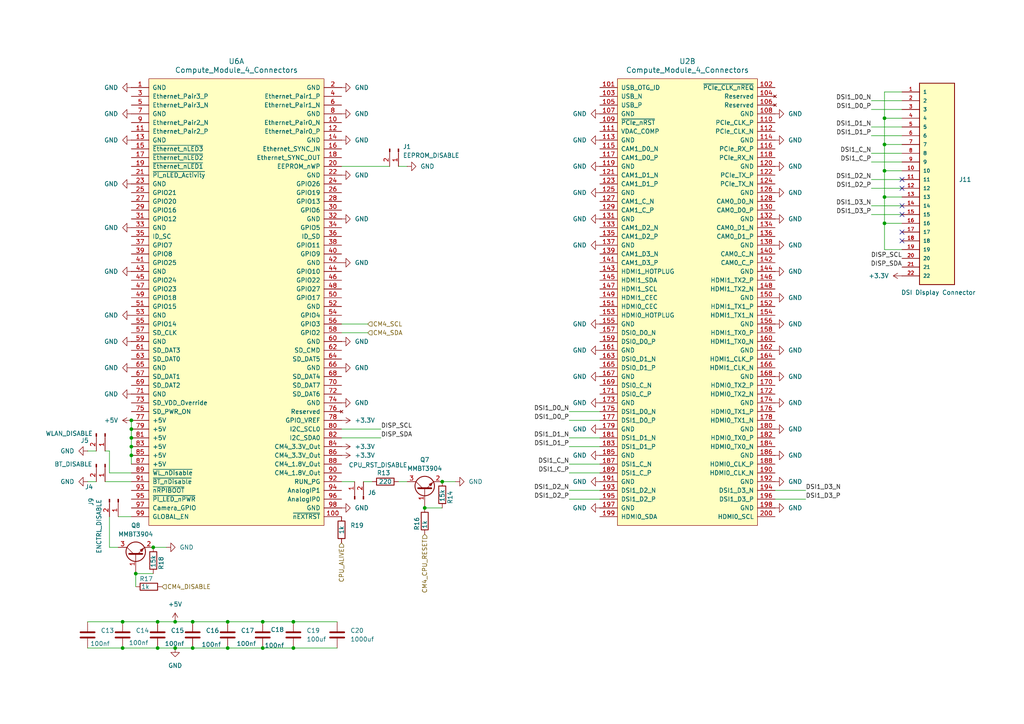
<source format=kicad_sch>
(kicad_sch (version 20231120) (generator "eeschema") (generator_version "8.0")
  (paper "A4")
  (lib_symbols
    (symbol "Connector:Conn_01x02_Pin" (pin_names (offset 1.016) hide)
      (property "Reference" "J" (at 0 2.54 0))
      (property "Value" "Conn_01x02_Pin" (at 0 -5.08 0))
      (symbol "Conn_01x02_Pin_1_1"
        (polyline (pts (xy 1.27 -2.54) (xy 0.8636 -2.54)) (stroke (width 0.1524)))
        (polyline (pts (xy 1.27 0) (xy 0.8636 0)) (stroke (width 0.1524)))
        (rectangle (start 0.8636 -2.413) (end 0 -2.667) (stroke (width 0.1524)) (fill (type outline)))
        (rectangle (start 0.8636 0.127) (end 0 -0.127) (stroke (width 0.1524)) (fill (type outline)))
        (pin passive line (at 5.08 0 180) (length 3.81) (name "Pin_1") (number "1"))
        (pin passive line (at 5.08 -2.54 180) (length 3.81) (name "Pin_2") (number "2"))
      )
    )
    (symbol "Device:C" (pin_numbers hide) (pin_names (offset 0.254))
      (property "Reference" "C" (at 0.635 2.54 0))
      (property "Value" "C" (at 0.635 -2.54 0))
      (symbol "C_0_1"
        (polyline (pts (xy -2.032 -0.762) (xy 2.032 -0.762)) (stroke (width 0.508)))
        (polyline (pts (xy -2.032 0.762) (xy 2.032 0.762)) (stroke (width 0.508)))
      )
      (symbol "C_1_1"
        (pin passive line (at 0 3.81 270) (length 2.794) (name "~") (number "1"))
        (pin passive line (at 0 -3.81 90) (length 2.794) (name "~") (number "2"))
      )
    )
    (symbol "Device:R" (pin_numbers hide) (pin_names (offset 0))
      (property "Reference" "R" (at 2.032 0 90))
      (property "Value" "R" (at 0 0 90))
      (symbol "R_0_1"
        (rectangle (start -1.016 -2.54) (end 1.016 2.54) (stroke (width 0.254)))
      )
      (symbol "R_1_1"
        (pin passive line (at 0 3.81 270) (length 1.27) (name "~") (number "1"))
        (pin passive line (at 0 -3.81 90) (length 1.27) (name "~") (number "2"))
      )
    )
    (symbol "FFC2B35-22-G:FFC2B35-22-G_REVA2" (pin_names (offset 1.016))
      (property "Reference" "J" (at -5.08 31.75 0))
      (property "Value" "FFC2B35-22-G_REVA2" (at -5.08 -30.48 0))
      (symbol "FFC2B35-22-G_REVA2_0_0"
        (rectangle (start -5.08 -27.94) (end 5.08 30.48) (stroke (width 0.254)) (fill (type background)))
        (pin passive line (at -10.16 27.94 0) (length 5.08) (name "1") (number "1"))
        (pin passive line (at -10.16 5.08 0) (length 5.08) (name "10") (number "10"))
        (pin passive line (at -10.16 2.54 0) (length 5.08) (name "11") (number "11"))
        (pin passive line (at -10.16 0 0) (length 5.08) (name "12") (number "12"))
        (pin passive line (at -10.16 -2.54 0) (length 5.08) (name "13") (number "13"))
        (pin passive line (at -10.16 -5.08 0) (length 5.08) (name "14") (number "14"))
        (pin passive line (at -10.16 -7.62 0) (length 5.08) (name "15") (number "15"))
        (pin passive line (at -10.16 -10.16 0) (length 5.08) (name "16") (number "16"))
        (pin passive line (at -10.16 -12.7 0) (length 5.08) (name "17") (number "17"))
        (pin passive line (at -10.16 -15.24 0) (length 5.08) (name "18") (number "18"))
        (pin passive line (at -10.16 -17.78 0) (length 5.08) (name "19") (number "19"))
        (pin passive line (at -10.16 25.4 0) (length 5.08) (name "2") (number "2"))
        (pin passive line (at -10.16 -20.32 0) (length 5.08) (name "20") (number "20"))
        (pin passive line (at -10.16 -22.86 0) (length 5.08) (name "21") (number "21"))
        (pin passive line (at -10.16 -25.4 0) (length 5.08) (name "22") (number "22"))
        (pin passive line (at -10.16 22.86 0) (length 5.08) (name "3") (number "3"))
        (pin passive line (at -10.16 20.32 0) (length 5.08) (name "4") (number "4"))
        (pin passive line (at -10.16 17.78 0) (length 5.08) (name "5") (number "5"))
        (pin passive line (at -10.16 15.24 0) (length 5.08) (name "6") (number "6"))
        (pin passive line (at -10.16 12.7 0) (length 5.08) (name "7") (number "7"))
        (pin passive line (at -10.16 10.16 0) (length 5.08) (name "8") (number "8"))
        (pin passive line (at -10.16 7.62 0) (length 5.08) (name "9") (number "9"))
      )
    )
    (symbol "RPI_CM4:Compute_Module_4_Connectors" (pin_names (offset 1.016))
      (property "Reference" "U" (at 5.08 6.35 0))
      (property "Value" "Compute_Module_4_Connectors" (at 5.08 3.81 0))
      (symbol "Compute_Module_4_Connectors_1_1"
        (rectangle (start 5.08 2.54) (end 55.88 -127) (fill (type background)))
        (pin power_in line (at 0 0 0) (length 5.08) (name "GND") (number "1"))
        (pin passive line (at 60.96 -10.16 180) (length 5.08) (name "Ethernet_Pair0_N") (number "10"))
        (pin output line (at 60.96 -124.46 180) (length 5.08) (name "~{nEXTRST}") (number "100"))
        (pin passive line (at 0 -12.7 0) (length 5.08) (name "Ethernet_Pair2_P") (number "11"))
        (pin passive line (at 60.96 -12.7 180) (length 5.08) (name "Ethernet_Pair0_P") (number "12"))
        (pin power_in line (at 0 -15.24 0) (length 5.08) (name "GND") (number "13"))
        (pin power_in line (at 60.96 -15.24 180) (length 5.08) (name "GND") (number "14"))
        (pin output line (at 0 -17.78 0) (length 5.08) (name "~{Ethernet_nLED3}") (number "15"))
        (pin input line (at 60.96 -17.78 180) (length 5.08) (name "Ethernet_SYNC_IN") (number "16"))
        (pin output line (at 0 -20.32 0) (length 5.08) (name "~{Ethernet_nLED2}") (number "17"))
        (pin input line (at 60.96 -20.32 180) (length 5.08) (name "Ethernet_SYNC_OUT") (number "18"))
        (pin output line (at 0 -22.86 0) (length 5.08) (name "~{Ethernet_nLED1}") (number "19"))
        (pin power_in line (at 60.96 0 180) (length 5.08) (name "GND") (number "2"))
        (pin passive line (at 60.96 -22.86 180) (length 5.08) (name "EEPROM_nWP") (number "20"))
        (pin open_collector line (at 0 -25.4 0) (length 5.08) (name "~{Pi_nLED_Activity}") (number "21"))
        (pin power_in line (at 60.96 -25.4 180) (length 5.08) (name "GND") (number "22"))
        (pin power_in line (at 0 -27.94 0) (length 5.08) (name "GND") (number "23"))
        (pin passive line (at 60.96 -27.94 180) (length 5.08) (name "GPIO26") (number "24"))
        (pin passive line (at 0 -30.48 0) (length 5.08) (name "GPIO21") (number "25"))
        (pin passive line (at 60.96 -30.48 180) (length 5.08) (name "GPIO19") (number "26"))
        (pin passive line (at 0 -33.02 0) (length 5.08) (name "GPIO20") (number "27"))
        (pin passive line (at 60.96 -33.02 180) (length 5.08) (name "GPIO13") (number "28"))
        (pin passive line (at 0 -35.56 0) (length 5.08) (name "GPIO16") (number "29"))
        (pin passive line (at 0 -2.54 0) (length 5.08) (name "Ethernet_Pair3_P") (number "3"))
        (pin passive line (at 60.96 -35.56 180) (length 5.08) (name "GPIO6") (number "30"))
        (pin passive line (at 0 -38.1 0) (length 5.08) (name "GPIO12") (number "31"))
        (pin power_in line (at 60.96 -38.1 180) (length 5.08) (name "GND") (number "32"))
        (pin power_in line (at 0 -40.64 0) (length 5.08) (name "GND") (number "33"))
        (pin passive line (at 60.96 -40.64 180) (length 5.08) (name "GPIO5") (number "34"))
        (pin passive line (at 0 -43.18 0) (length 5.08) (name "ID_SC") (number "35"))
        (pin passive line (at 60.96 -43.18 180) (length 5.08) (name "ID_SD") (number "36"))
        (pin passive line (at 0 -45.72 0) (length 5.08) (name "GPIO7") (number "37"))
        (pin passive line (at 60.96 -45.72 180) (length 5.08) (name "GPIO11") (number "38"))
        (pin passive line (at 0 -48.26 0) (length 5.08) (name "GPIO8") (number "39"))
        (pin passive line (at 60.96 -2.54 180) (length 5.08) (name "Ethernet_Pair1_P") (number "4"))
        (pin passive line (at 60.96 -48.26 180) (length 5.08) (name "GPIO9") (number "40"))
        (pin passive line (at 0 -50.8 0) (length 5.08) (name "GPIO25") (number "41"))
        (pin power_in line (at 60.96 -50.8 180) (length 5.08) (name "GND") (number "42"))
        (pin power_in line (at 0 -53.34 0) (length 5.08) (name "GND") (number "43"))
        (pin passive line (at 60.96 -53.34 180) (length 5.08) (name "GPIO10") (number "44"))
        (pin passive line (at 0 -55.88 0) (length 5.08) (name "GPIO24") (number "45"))
        (pin passive line (at 60.96 -55.88 180) (length 5.08) (name "GPIO22") (number "46"))
        (pin passive line (at 0 -58.42 0) (length 5.08) (name "GPIO23") (number "47"))
        (pin passive line (at 60.96 -58.42 180) (length 5.08) (name "GPIO27") (number "48"))
        (pin passive line (at 0 -60.96 0) (length 5.08) (name "GPIO18") (number "49"))
        (pin passive line (at 0 -5.08 0) (length 5.08) (name "Ethernet_Pair3_N") (number "5"))
        (pin passive line (at 60.96 -60.96 180) (length 5.08) (name "GPIO17") (number "50"))
        (pin passive line (at 0 -63.5 0) (length 5.08) (name "GPIO15") (number "51"))
        (pin power_in line (at 60.96 -63.5 180) (length 5.08) (name "GND") (number "52"))
        (pin power_in line (at 0 -66.04 0) (length 5.08) (name "GND") (number "53"))
        (pin passive line (at 60.96 -66.04 180) (length 5.08) (name "GPIO4") (number "54"))
        (pin passive line (at 0 -68.58 0) (length 5.08) (name "GPIO14") (number "55"))
        (pin passive line (at 60.96 -68.58 180) (length 5.08) (name "GPIO3") (number "56"))
        (pin passive line (at 0 -71.12 0) (length 5.08) (name "SD_CLK") (number "57"))
        (pin passive line (at 60.96 -71.12 180) (length 5.08) (name "GPIO2") (number "58"))
        (pin power_in line (at 0 -73.66 0) (length 5.08) (name "GND") (number "59"))
        (pin passive line (at 60.96 -5.08 180) (length 5.08) (name "Ethernet_Pair1_N") (number "6"))
        (pin power_in line (at 60.96 -73.66 180) (length 5.08) (name "GND") (number "60"))
        (pin passive line (at 0 -76.2 0) (length 5.08) (name "SD_DAT3") (number "61"))
        (pin passive line (at 60.96 -76.2 180) (length 5.08) (name "SD_CMD") (number "62"))
        (pin passive line (at 0 -78.74 0) (length 5.08) (name "SD_DAT0") (number "63"))
        (pin passive line (at 60.96 -78.74 180) (length 5.08) (name "SD_DAT5") (number "64"))
        (pin power_in line (at 0 -81.28 0) (length 5.08) (name "GND") (number "65"))
        (pin power_in line (at 60.96 -81.28 180) (length 5.08) (name "GND") (number "66"))
        (pin passive line (at 0 -83.82 0) (length 5.08) (name "SD_DAT1") (number "67"))
        (pin passive line (at 60.96 -83.82 180) (length 5.08) (name "SD_DAT4") (number "68"))
        (pin passive line (at 0 -86.36 0) (length 5.08) (name "SD_DAT2") (number "69"))
        (pin power_in line (at 0 -7.62 0) (length 5.08) (name "GND") (number "7"))
        (pin passive line (at 60.96 -86.36 180) (length 5.08) (name "SD_DAT7") (number "70"))
        (pin power_in line (at 0 -88.9 0) (length 5.08) (name "GND") (number "71"))
        (pin passive line (at 60.96 -88.9 180) (length 5.08) (name "SD_DAT6") (number "72"))
        (pin input line (at 0 -91.44 0) (length 5.08) (name "SD_VDD_Override") (number "73"))
        (pin power_in line (at 60.96 -91.44 180) (length 5.08) (name "GND") (number "74"))
        (pin output line (at 0 -93.98 0) (length 5.08) (name "SD_PWR_ON") (number "75"))
        (pin no_connect line (at 60.96 -93.98 180) (length 5.08) (name "Reserved") (number "76"))
        (pin power_in line (at 0 -96.52 0) (length 5.08) (name "+5V") (number "77"))
        (pin power_in line (at 60.96 -96.52 180) (length 5.08) (name "GPIO_VREF") (number "78"))
        (pin power_in line (at 0 -99.06 0) (length 5.08) (name "+5V") (number "79"))
        (pin power_in line (at 60.96 -7.62 180) (length 5.08) (name "GND") (number "8"))
        (pin bidirectional line (at 60.96 -99.06 180) (length 5.08) (name "I2C_SCL0") (number "80"))
        (pin power_in line (at 0 -101.6 0) (length 5.08) (name "+5V") (number "81"))
        (pin bidirectional line (at 60.96 -101.6 180) (length 5.08) (name "I2C_SDA0") (number "82"))
        (pin power_in line (at 0 -104.14 0) (length 5.08) (name "+5V") (number "83"))
        (pin power_out line (at 60.96 -104.14 180) (length 5.08) (name "CM4_3.3V_Out") (number "84"))
        (pin power_in line (at 0 -106.68 0) (length 5.08) (name "+5V") (number "85"))
        (pin power_out line (at 60.96 -106.68 180) (length 5.08) (name "CM4_3.3V_Out") (number "86"))
        (pin power_in line (at 0 -109.22 0) (length 5.08) (name "+5V") (number "87"))
        (pin power_out line (at 60.96 -109.22 180) (length 5.08) (name "CM4_1.8V_Out") (number "88"))
        (pin input line (at 0 -111.76 0) (length 5.08) (name "~{WL_nDisable}") (number "89"))
        (pin passive line (at 0 -10.16 0) (length 5.08) (name "Ethernet_Pair2_N") (number "9"))
        (pin power_out line (at 60.96 -111.76 180) (length 5.08) (name "CM4_1.8V_Out") (number "90"))
        (pin input line (at 0 -114.3 0) (length 5.08) (name "~{BT_nDisable}") (number "91"))
        (pin passive line (at 60.96 -114.3 180) (length 5.08) (name "RUN_PG") (number "92"))
        (pin input line (at 0 -116.84 0) (length 5.08) (name "~{nRPIBOOT}") (number "93"))
        (pin passive line (at 60.96 -116.84 180) (length 5.08) (name "AnalogIP1") (number "94"))
        (pin output line (at 0 -119.38 0) (length 5.08) (name "~{PI_LED_nPWR}") (number "95"))
        (pin passive line (at 60.96 -119.38 180) (length 5.08) (name "AnalogIP0") (number "96"))
        (pin passive line (at 0 -121.92 0) (length 5.08) (name "Camera_GPIO") (number "97"))
        (pin power_in line (at 60.96 -121.92 180) (length 5.08) (name "GND") (number "98"))
        (pin input line (at 0 -124.46 0) (length 5.08) (name "GLOBAL_EN") (number "99"))
      )
      (symbol "Compute_Module_4_Connectors_2_1"
        (rectangle (start 5.08 2.54) (end 45.72 -127) (fill (type background)))
        (pin input line (at 0 0 0) (length 5.08) (name "USB_OTG_ID") (number "101"))
        (pin input line (at 50.8 0 180) (length 5.08) (name "~{PCIe_CLK_nREQ}") (number "102"))
        (pin passive line (at 0 -2.54 0) (length 5.08) (name "USB_N") (number "103"))
        (pin no_connect line (at 50.8 -2.54 180) (length 5.08) (name "Reserved") (number "104"))
        (pin passive line (at 0 -5.08 0) (length 5.08) (name "USB_P") (number "105"))
        (pin no_connect line (at 50.8 -5.08 180) (length 5.08) (name "Reserved") (number "106"))
        (pin power_in line (at 0 -7.62 0) (length 5.08) (name "GND") (number "107"))
        (pin power_in line (at 50.8 -7.62 180) (length 5.08) (name "GND") (number "108"))
        (pin output line (at 0 -10.16 0) (length 5.08) (name "~{PCIe_nRST}") (number "109"))
        (pin output line (at 50.8 -10.16 180) (length 5.08) (name "PCIe_CLK_P") (number "110"))
        (pin output line (at 0 -12.7 0) (length 5.08) (name "VDAC_COMP") (number "111"))
        (pin output line (at 50.8 -12.7 180) (length 5.08) (name "PCIe_CLK_N") (number "112"))
        (pin power_in line (at 0 -15.24 0) (length 5.08) (name "GND") (number "113"))
        (pin power_in line (at 50.8 -15.24 180) (length 5.08) (name "GND") (number "114"))
        (pin input line (at 0 -17.78 0) (length 5.08) (name "CAM1_D0_N") (number "115"))
        (pin input line (at 50.8 -17.78 180) (length 5.08) (name "PCIe_RX_P") (number "116"))
        (pin input line (at 0 -20.32 0) (length 5.08) (name "CAM1_D0_P") (number "117"))
        (pin input line (at 50.8 -20.32 180) (length 5.08) (name "PCIe_RX_N") (number "118"))
        (pin power_in line (at 0 -22.86 0) (length 5.08) (name "GND") (number "119"))
        (pin power_in line (at 50.8 -22.86 180) (length 5.08) (name "GND") (number "120"))
        (pin input line (at 0 -25.4 0) (length 5.08) (name "CAM1_D1_N") (number "121"))
        (pin output line (at 50.8 -25.4 180) (length 5.08) (name "PCIe_TX_P") (number "122"))
        (pin input line (at 0 -27.94 0) (length 5.08) (name "CAM1_D1_P") (number "123"))
        (pin output line (at 50.8 -27.94 180) (length 5.08) (name "PCIe_TX_N") (number "124"))
        (pin power_in line (at 0 -30.48 0) (length 5.08) (name "GND") (number "125"))
        (pin power_in line (at 50.8 -30.48 180) (length 5.08) (name "GND") (number "126"))
        (pin input line (at 0 -33.02 0) (length 5.08) (name "CAM1_C_N") (number "127"))
        (pin input line (at 50.8 -33.02 180) (length 5.08) (name "CAM0_D0_N") (number "128"))
        (pin input line (at 0 -35.56 0) (length 5.08) (name "CAM1_C_P") (number "129"))
        (pin input line (at 50.8 -35.56 180) (length 5.08) (name "CAM0_D0_P") (number "130"))
        (pin power_in line (at 0 -38.1 0) (length 5.08) (name "GND") (number "131"))
        (pin power_in line (at 50.8 -38.1 180) (length 5.08) (name "GND") (number "132"))
        (pin input line (at 0 -40.64 0) (length 5.08) (name "CAM1_D2_N") (number "133"))
        (pin input line (at 50.8 -40.64 180) (length 5.08) (name "CAM0_D1_N") (number "134"))
        (pin input line (at 0 -43.18 0) (length 5.08) (name "CAM1_D2_P") (number "135"))
        (pin input line (at 50.8 -43.18 180) (length 5.08) (name "CAM0_D1_P") (number "136"))
        (pin power_in line (at 0 -45.72 0) (length 5.08) (name "GND") (number "137"))
        (pin power_in line (at 50.8 -45.72 180) (length 5.08) (name "GND") (number "138"))
        (pin input line (at 0 -48.26 0) (length 5.08) (name "CAM1_D3_N") (number "139"))
        (pin input line (at 50.8 -48.26 180) (length 5.08) (name "CAM0_C_N") (number "140"))
        (pin input line (at 0 -50.8 0) (length 5.08) (name "CAM1_D3_P") (number "141"))
        (pin input line (at 50.8 -50.8 180) (length 5.08) (name "CAM0_C_P") (number "142"))
        (pin input line (at 0 -53.34 0) (length 5.08) (name "HDMI1_HOTPLUG") (number "143"))
        (pin power_in line (at 50.8 -53.34 180) (length 5.08) (name "GND") (number "144"))
        (pin bidirectional line (at 0 -55.88 0) (length 5.08) (name "HDMI1_SDA") (number "145"))
        (pin output line (at 50.8 -55.88 180) (length 5.08) (name "HDMI1_TX2_P") (number "146"))
        (pin open_collector line (at 0 -58.42 0) (length 5.08) (name "HDMI1_SCL") (number "147"))
        (pin output line (at 50.8 -58.42 180) (length 5.08) (name "HDMI1_TX2_N") (number "148"))
        (pin open_collector line (at 0 -60.96 0) (length 5.08) (name "HDMI1_CEC") (number "149"))
        (pin power_in line (at 50.8 -60.96 180) (length 5.08) (name "GND") (number "150"))
        (pin open_collector line (at 0 -63.5 0) (length 5.08) (name "HDMI0_CEC") (number "151"))
        (pin output line (at 50.8 -63.5 180) (length 5.08) (name "HDMI1_TX1_P") (number "152"))
        (pin input line (at 0 -66.04 0) (length 5.08) (name "HDMI0_HOTPLUG") (number "153"))
        (pin output line (at 50.8 -66.04 180) (length 5.08) (name "HDMI1_TX1_N") (number "154"))
        (pin power_in line (at 0 -68.58 0) (length 5.08) (name "GND") (number "155"))
        (pin power_in line (at 50.8 -68.58 180) (length 5.08) (name "GND") (number "156"))
        (pin output line (at 0 -71.12 0) (length 5.08) (name "DSI0_D0_N") (number "157"))
        (pin output line (at 50.8 -71.12 180) (length 5.08) (name "HDMI1_TX0_P") (number "158"))
        (pin output line (at 0 -73.66 0) (length 5.08) (name "DSI0_D0_P") (number "159"))
        (pin output line (at 50.8 -73.66 180) (length 5.08) (name "HDMI1_TX0_N") (number "160"))
        (pin power_in line (at 0 -76.2 0) (length 5.08) (name "GND") (number "161"))
        (pin power_in line (at 50.8 -76.2 180) (length 5.08) (name "GND") (number "162"))
        (pin output line (at 0 -78.74 0) (length 5.08) (name "DSI0_D1_N") (number "163"))
        (pin output line (at 50.8 -78.74 180) (length 5.08) (name "HDMI1_CLK_P") (number "164"))
        (pin output line (at 0 -81.28 0) (length 5.08) (name "DSI0_D1_P") (number "165"))
        (pin output line (at 50.8 -81.28 180) (length 5.08) (name "HDMI1_CLK_N") (number "166"))
        (pin power_in line (at 0 -83.82 0) (length 5.08) (name "GND") (number "167"))
        (pin power_in line (at 50.8 -83.82 180) (length 5.08) (name "GND") (number "168"))
        (pin output line (at 0 -86.36 0) (length 5.08) (name "DSI0_C_N") (number "169"))
        (pin output line (at 50.8 -86.36 180) (length 5.08) (name "HDMI0_TX2_P") (number "170"))
        (pin output line (at 0 -88.9 0) (length 5.08) (name "DSI0_C_P") (number "171"))
        (pin output line (at 50.8 -88.9 180) (length 5.08) (name "HDMI0_TX2_N") (number "172"))
        (pin power_in line (at 0 -91.44 0) (length 5.08) (name "GND") (number "173"))
        (pin power_in line (at 50.8 -91.44 180) (length 5.08) (name "GND") (number "174"))
        (pin output line (at 0 -93.98 0) (length 5.08) (name "DSI1_D0_N") (number "175"))
        (pin output line (at 50.8 -93.98 180) (length 5.08) (name "HDMI0_TX1_P") (number "176"))
        (pin output line (at 0 -96.52 0) (length 5.08) (name "DSI1_D0_P") (number "177"))
        (pin output line (at 50.8 -96.52 180) (length 5.08) (name "HDMI0_TX1_N") (number "178"))
        (pin power_in line (at 0 -99.06 0) (length 5.08) (name "GND") (number "179"))
        (pin power_in line (at 50.8 -99.06 180) (length 5.08) (name "GND") (number "180"))
        (pin output line (at 0 -101.6 0) (length 5.08) (name "DSI1_D1_N") (number "181"))
        (pin output line (at 50.8 -101.6 180) (length 5.08) (name "HDMI0_TX0_P") (number "182"))
        (pin output line (at 0 -104.14 0) (length 5.08) (name "DSI1_D1_P") (number "183"))
        (pin output line (at 50.8 -104.14 180) (length 5.08) (name "HDMI0_TX0_N") (number "184"))
        (pin power_in line (at 0 -106.68 0) (length 5.08) (name "GND") (number "185"))
        (pin power_in line (at 50.8 -106.68 180) (length 5.08) (name "GND") (number "186"))
        (pin output line (at 0 -109.22 0) (length 5.08) (name "DSI1_C_N") (number "187"))
        (pin output line (at 50.8 -109.22 180) (length 5.08) (name "HDMI0_CLK_P") (number "188"))
        (pin output line (at 0 -111.76 0) (length 5.08) (name "DSI1_C_P") (number "189"))
        (pin output line (at 50.8 -111.76 180) (length 5.08) (name "HDMI0_CLK_N") (number "190"))
        (pin power_in line (at 0 -114.3 0) (length 5.08) (name "GND") (number "191"))
        (pin power_in line (at 50.8 -114.3 180) (length 5.08) (name "GND") (number "192"))
        (pin output line (at 0 -116.84 0) (length 5.08) (name "DSI1_D2_N") (number "193"))
        (pin output line (at 50.8 -116.84 180) (length 5.08) (name "DSI1_D3_N") (number "194"))
        (pin output line (at 0 -119.38 0) (length 5.08) (name "DSI1_D2_P") (number "195"))
        (pin output line (at 50.8 -119.38 180) (length 5.08) (name "DSI1_D3_P") (number "196"))
        (pin power_in line (at 0 -121.92 0) (length 5.08) (name "GND") (number "197"))
        (pin power_in line (at 50.8 -121.92 180) (length 5.08) (name "GND") (number "198"))
        (pin bidirectional line (at 0 -124.46 0) (length 5.08) (name "HDMI0_SDA") (number "199"))
        (pin open_collector line (at 50.8 -124.46 180) (length 5.08) (name "HDMI0_SCL") (number "200"))
      )
    )
    (symbol "Transistor_BJT:MMBT3904" (pin_names (offset 0) hide)
      (property "Reference" "Q" (at 5.08 1.905 0))
      (property "Value" "MMBT3904" (at 5.08 0 0))
      (symbol "MMBT3904_0_1"
        (polyline (pts (xy 0.635 0.635) (xy 2.54 2.54)))
        (polyline (pts (xy 0.635 -0.635) (xy 2.54 -2.54) (xy 2.54 -2.54)))
        (polyline (pts (xy 0.635 1.905) (xy 0.635 -1.905) (xy 0.635 -1.905)) (stroke (width 0.508)))
        (polyline (pts (xy 1.27 -1.778) (xy 1.778 -1.27) (xy 2.286 -2.286) (xy 1.27 -1.778) (xy 1.27 -1.778)) (fill (type outline)))
        (circle (center 1.27 0) (radius 2.8194) (stroke (width 0.254)))
      )
      (symbol "MMBT3904_1_1"
        (pin input line (at -5.08 0 0) (length 5.715) (name "B") (number "1"))
        (pin passive line (at 2.54 -5.08 90) (length 2.54) (name "E") (number "2"))
        (pin passive line (at 2.54 5.08 270) (length 2.54) (name "C") (number "3"))
      )
    )
    (symbol "power:+3.3V" (power) (pin_numbers hide) (pin_names (offset 0) hide)
      (property "Value" "+3.3V" (at 0 3.556 0))
      (symbol "+3.3V_0_1"
        (polyline (pts (xy -0.762 1.27) (xy 0 2.54)))
        (polyline (pts (xy 0 0) (xy 0 2.54)))
        (polyline (pts (xy 0 2.54) (xy 0.762 1.27)))
      )
      (symbol "+3.3V_1_1"
        (pin power_in line (at 0 0 90) (length 0) (name "~") (number "1"))
      )
    )
    (symbol "power:+5V" (power) (pin_numbers hide) (pin_names (offset 0) hide)
      (property "Value" "+5V" (at 0 3.556 0))
      (symbol "+5V_0_1"
        (polyline (pts (xy -0.762 1.27) (xy 0 2.54)))
        (polyline (pts (xy 0 0) (xy 0 2.54)))
        (polyline (pts (xy 0 2.54) (xy 0.762 1.27)))
      )
      (symbol "+5V_1_1"
        (pin power_in line (at 0 0 90) (length 0) (name "~") (number "1"))
      )
    )
    (symbol "power:GND" (power) (pin_numbers hide) (pin_names (offset 0) hide)
      (property "Value" "GND" (at 0 -3.81 0))
      (symbol "GND_0_1"
        (polyline (pts (xy 0 0) (xy 0 -1.27) (xy 1.27 -1.27) (xy 0 -2.54) (xy -1.27 -1.27) (xy 0 -1.27)))
      )
      (symbol "GND_1_1"
        (pin power_in line (at 0 0 270) (length 0) (name "~") (number "1"))
      )
    )
  )
  (junction (at 35.56 187.96))
  (junction (at 128.27 139.7))
  (junction (at 38.1 129.54))
  (junction (at 50.8 187.96))
  (junction (at 85.09 187.96))
  (junction (at 256.54 57.15))
  (junction (at 66.04 180.34))
  (junction (at 256.54 34.29))
  (junction (at 256.54 41.91))
  (junction (at 85.09 180.34))
  (junction (at 45.72 187.96))
  (junction (at 38.1 124.46))
  (junction (at 76.2 187.96))
  (junction (at 50.8 180.34))
  (junction (at 55.88 180.34))
  (junction (at 35.56 180.34))
  (junction (at 39.37 166.37))
  (junction (at 38.1 121.92))
  (junction (at 44.45 158.75))
  (junction (at 45.72 180.34))
  (junction (at 256.54 64.77))
  (junction (at 76.2 180.34))
  (junction (at 66.04 187.96))
  (junction (at 55.88 187.96))
  (junction (at 38.1 127))
  (junction (at 123.19 147.32))
  (junction (at 38.1 132.08))
  (junction (at 256.54 49.53))
  (no_connect (at 261.62 69.85))
  (no_connect (at 261.62 59.69))
  (no_connect (at 261.62 54.61))
  (no_connect (at 261.62 67.31))
  (no_connect (at 261.62 62.23))
  (no_connect (at 261.62 52.07))
  (wire (pts (xy 30.48 139.7) (xy 38.1 139.7)))
  (wire (pts (xy 261.62 26.67) (xy 256.54 26.67)))
  (wire (pts (xy 76.2 180.34) (xy 85.09 180.34)))
  (wire (pts (xy 123.19 147.32) (xy 128.27 147.32)))
  (wire (pts (xy 252.73 44.45) (xy 261.62 44.45)))
  (wire (pts (xy 252.73 39.37) (xy 261.62 39.37)))
  (wire (pts (xy 256.54 41.91) (xy 256.54 34.29)))
  (wire (pts (xy 105.41 139.7) (xy 107.95 139.7)))
  (wire (pts (xy 45.72 187.96) (xy 50.8 187.96)))
  (wire (pts (xy 165.1 121.92) (xy 173.99 121.92)))
  (wire (pts (xy 99.06 139.7) (xy 102.87 139.7)))
  (wire (pts (xy 252.73 36.83) (xy 261.62 36.83)))
  (wire (pts (xy 252.73 52.07) (xy 261.62 52.07)))
  (wire (pts (xy 44.45 158.75) (xy 48.26 158.75)))
  (wire (pts (xy 38.1 127) (xy 38.1 129.54)))
  (wire (pts (xy 38.1 124.46) (xy 38.1 127)))
  (wire (pts (xy 224.79 142.24) (xy 233.68 142.24)))
  (wire (pts (xy 165.1 137.16) (xy 173.99 137.16)))
  (wire (pts (xy 31.75 149.86) (xy 31.75 158.75)))
  (wire (pts (xy 256.54 72.39) (xy 256.54 64.77)))
  (wire (pts (xy 76.2 187.96) (xy 85.09 187.96)))
  (wire (pts (xy 99.06 127) (xy 110.49 127)))
  (wire (pts (xy 252.73 54.61) (xy 261.62 54.61)))
  (wire (pts (xy 31.75 158.75) (xy 34.29 158.75)))
  (wire (pts (xy 31.75 137.16) (xy 31.75 130.81)))
  (wire (pts (xy 252.73 29.21) (xy 261.62 29.21)))
  (wire (pts (xy 252.73 31.75) (xy 261.62 31.75)))
  (wire (pts (xy 45.72 180.34) (xy 50.8 180.34)))
  (wire (pts (xy 252.73 62.23) (xy 261.62 62.23)))
  (wire (pts (xy 128.27 139.7) (xy 132.08 139.7)))
  (wire (pts (xy 165.1 127) (xy 173.99 127)))
  (wire (pts (xy 35.56 180.34) (xy 45.72 180.34)))
  (wire (pts (xy 39.37 166.37) (xy 39.37 170.18)))
  (wire (pts (xy 115.57 139.7) (xy 118.11 139.7)))
  (wire (pts (xy 256.54 57.15) (xy 256.54 49.53)))
  (wire (pts (xy 256.54 34.29) (xy 261.62 34.29)))
  (wire (pts (xy 85.09 187.96) (xy 97.79 187.96)))
  (wire (pts (xy 50.8 187.96) (xy 55.88 187.96)))
  (wire (pts (xy 165.1 119.38) (xy 173.99 119.38)))
  (wire (pts (xy 115.57 48.26) (xy 118.11 48.26)))
  (wire (pts (xy 261.62 64.77) (xy 256.54 64.77)))
  (wire (pts (xy 165.1 144.78) (xy 173.99 144.78)))
  (wire (pts (xy 99.06 48.26) (xy 113.03 48.26)))
  (wire (pts (xy 25.4 130.81) (xy 27.94 130.81)))
  (wire (pts (xy 30.48 130.81) (xy 31.75 130.81)))
  (wire (pts (xy 256.54 64.77) (xy 256.54 57.15)))
  (wire (pts (xy 66.04 180.34) (xy 76.2 180.34)))
  (wire (pts (xy 25.4 139.7) (xy 27.94 139.7)))
  (wire (pts (xy 252.73 59.69) (xy 261.62 59.69)))
  (wire (pts (xy 165.1 142.24) (xy 173.99 142.24)))
  (wire (pts (xy 38.1 121.92) (xy 38.1 124.46)))
  (wire (pts (xy 99.06 124.46) (xy 110.49 124.46)))
  (wire (pts (xy 39.37 166.37) (xy 44.45 166.37)))
  (wire (pts (xy 261.62 57.15) (xy 256.54 57.15)))
  (wire (pts (xy 50.8 180.34) (xy 55.88 180.34)))
  (wire (pts (xy 38.1 137.16) (xy 31.75 137.16)))
  (wire (pts (xy 55.88 187.96) (xy 66.04 187.96)))
  (wire (pts (xy 256.54 26.67) (xy 256.54 34.29)))
  (wire (pts (xy 165.1 129.54) (xy 173.99 129.54)))
  (wire (pts (xy 224.79 144.78) (xy 233.68 144.78)))
  (wire (pts (xy 85.09 180.34) (xy 97.79 180.34)))
  (wire (pts (xy 261.62 49.53) (xy 256.54 49.53)))
  (wire (pts (xy 165.1 134.62) (xy 173.99 134.62)))
  (wire (pts (xy 35.56 187.96) (xy 45.72 187.96)))
  (wire (pts (xy 25.4 180.34) (xy 35.56 180.34)))
  (wire (pts (xy 99.06 96.52) (xy 106.68 96.52)))
  (wire (pts (xy 55.88 180.34) (xy 66.04 180.34)))
  (wire (pts (xy 38.1 132.08) (xy 38.1 134.62)))
  (wire (pts (xy 25.4 187.96) (xy 35.56 187.96)))
  (wire (pts (xy 261.62 41.91) (xy 256.54 41.91)))
  (wire (pts (xy 99.06 93.98) (xy 106.68 93.98)))
  (wire (pts (xy 66.04 187.96) (xy 76.2 187.96)))
  (wire (pts (xy 252.73 46.99) (xy 261.62 46.99)))
  (wire (pts (xy 38.1 129.54) (xy 38.1 132.08)))
  (wire (pts (xy 261.62 72.39) (xy 256.54 72.39)))
  (wire (pts (xy 34.29 149.86) (xy 38.1 149.86)))
  (wire (pts (xy 256.54 49.53) (xy 256.54 41.91)))
  (label "DSI1_D3_P" (at 233.68 144.78 0))
  (label "DSI1_D3_N" (at 252.73 59.69 180))
  (label "DSI1_D1_P" (at 252.73 39.37 180))
  (label "DSI1_D1_N" (at 252.73 36.83 180))
  (label "DSI1_D2_P" (at 252.73 54.61 180))
  (label "DSI1_D2_N" (at 252.73 52.07 180))
  (label "DSI1_D2_P" (at 165.1 144.78 180))
  (label "DSI1_C_P" (at 252.73 46.99 180))
  (label "DSI1_D1_P" (at 165.1 129.54 180))
  (label "DSI1_C_P" (at 165.1 137.16 180))
  (label "DSI1_C_N" (at 165.1 134.62 180))
  (label "DSI1_C_N" (at 252.73 44.45 180))
  (label "DSI1_D1_N" (at 165.1 127 180))
  (label "DSI1_D0_N" (at 252.73 29.21 180))
  (label "DSI1_D0_N" (at 165.1 119.38 180))
  (label "DSI1_D3_P" (at 252.73 62.23 180))
  (label "DSI1_D0_P" (at 252.73 31.75 180))
  (label "DSI1_D2_N" (at 165.1 142.24 180))
  (label "DISP_SCL" (at 110.49 124.46 0))
  (label "DISP_SDA" (at 110.49 127 0))
  (label "DSI1_D0_P" (at 165.1 121.92 180))
  (label "DISP_SDA" (at 261.62 77.47 180))
  (label "DISP_SCL" (at 261.62 74.93 180))
  (label "DSI1_D3_N" (at 233.68 142.24 0))
  (hierarchical_label "CM4_DISABLE" (shape input) (at 46.99 170.18 0))
  (hierarchical_label "CM4_SCL" (shape input) (at 106.68 93.98 0))
  (hierarchical_label "CPU_ALIVE" (shape input) (at 99.06 157.48 270))
  (hierarchical_label "CM4_CPU_RESET" (shape input) (at 123.19 154.94 270))
  (hierarchical_label "CM4_SDA" (shape input) (at 106.68 96.52 0))
  (symbol (lib_id "power:GND") (at 224.79 48.26 90) (unit 1)
    (property "Reference" "#PWR091" (effects (hide yes)))
    (property "Value" "GND" (at 228.6 48.2599 90) (effects (justify right)))
    (property "Description" "Power symbol creates a global label with name \"GND\" , ground" (effects (hide yes)))
  )
  (symbol (lib_id "power:GND") (at 173.99 116.84 270) (unit 1)
    (property "Reference" "#PWR073" (effects (hide yes)))
    (property "Value" "GND" (at 170.18 116.8399 90) (effects (justify right)))
    (property "Description" "Power symbol creates a global label with name \"GND\" , ground" (effects (hide yes)))
  )
  (symbol (lib_id "power:+5V") (at 38.1 121.92 90) (unit 1)
    (property "Reference" "#PWR094" (effects (hide yes)))
    (property "Value" "+5V" (at 34.29 121.9199 90) (effects (justify left)))
    (property "Description" "Power symbol creates a global label with name \"+5V\"" (effects (hide yes)))
  )
  (symbol (lib_id "power:GND") (at 224.79 55.88 90) (unit 1)
    (property "Reference" "#PWR090" (effects (hide yes)))
    (property "Value" "GND" (at 228.6 55.8799 90) (effects (justify right)))
    (property "Description" "Power symbol creates a global label with name \"GND\" , ground" (effects (hide yes)))
  )
  (symbol (lib_id "Connector:Conn_01x02_Pin") (at 102.87 144.78 90) (unit 1)
    (property "Reference" "J6" (at 106.68 142.8749 90) (effects (justify right)))
    (property "Value" "CPU_RST_DISABLE" (at 101.092 134.874 90) (effects (justify right)))
    (property "Description" "Generic connector, single row, 01x02, script generated" (effects (hide yes)))
  )
  (symbol (lib_id "power:GND") (at 224.79 33.02 90) (unit 1)
    (property "Reference" "#PWR093" (effects (hide yes)))
    (property "Value" "GND" (at 228.6 33.0199 90) (effects (justify right)))
    (property "Description" "Power symbol creates a global label with name \"GND\" , ground" (effects (hide yes)))
  )
  (symbol (lib_id "power:GND") (at 99.06 33.02 90) (unit 1)
    (property "Reference" "#PWR039" (effects (hide yes)))
    (property "Value" "GND" (at 102.87 33.0199 90) (effects (justify right)))
    (property "Description" "Power symbol creates a global label with name \"GND\" , ground" (effects (hide yes)))
  )
  (symbol (lib_id "power:GND") (at 38.1 33.02 270) (unit 1)
    (property "Reference" "#PWR019" (effects (hide yes)))
    (property "Value" "GND" (at 34.29 33.0199 90) (effects (justify right)))
    (property "Description" "Power symbol creates a global label with name \"GND\" , ground" (effects (hide yes)))
  )
  (symbol (lib_id "power:GND") (at 224.79 78.74 90) (unit 1)
    (property "Reference" "#PWR087" (effects (hide yes)))
    (property "Value" "GND" (at 228.6 78.7399 90) (effects (justify right)))
    (property "Description" "Power symbol creates a global label with name \"GND\" , ground" (effects (hide yes)))
  )
  (symbol (lib_id "power:GND") (at 173.99 101.6 270) (unit 1)
    (property "Reference" "#PWR070" (effects (hide yes)))
    (property "Value" "GND" (at 170.18 101.5999 90) (effects (justify right)))
    (property "Description" "Power symbol creates a global label with name \"GND\" , ground" (effects (hide yes)))
  )
  (symbol (lib_id "power:+3.3V") (at 99.06 129.54 270) (unit 1)
    (property "Reference" "#PWR054" (effects (hide yes)))
    (property "Value" "+3.3V" (at 102.87 129.5399 90) (effects (justify left)))
    (property "Description" "Power symbol creates a global label with name \"+3.3V\"" (effects (hide yes)))
  )
  (symbol (lib_id "Device:R") (at 128.27 143.51 180) (unit 1)
    (property "Reference" "R14" (at 130.556 144.272 90))
    (property "Value" "15k" (at 128.27 143.764 90))
    (property "Description" "Resistor" (effects (hide yes)))
  )
  (symbol (lib_id "power:GND") (at 99.06 106.68 90) (unit 1)
    (property "Reference" "#PWR033" (effects (hide yes)))
    (property "Value" "GND" (at 102.87 106.6799 90) (effects (justify right)))
    (property "Description" "Power symbol creates a global label with name \"GND\" , ground" (effects (hide yes)))
  )
  (symbol (lib_id "power:GND") (at 224.79 147.32 90) (unit 1)
    (property "Reference" "#PWR078" (effects (hide yes)))
    (property "Value" "GND" (at 228.6 147.3199 90) (effects (justify right)))
    (property "Description" "Power symbol creates a global label with name \"GND\" , ground" (effects (hide yes)))
  )
  (symbol (lib_id "Device:C") (at 55.88 184.15 0) (unit 1)
    (property "Reference" "C16" (at 59.69 182.8799 0) (effects (justify left)))
    (property "Value" "100nf" (at 58.42 186.944 0) (effects (justify left)))
    (property "Description" "Unpolarized capacitor" (effects (hide yes)))
  )
  (symbol (lib_id "power:GND") (at 173.99 132.08 270) (unit 1)
    (property "Reference" "#PWR075" (effects (hide yes)))
    (property "Value" "GND" (at 170.18 132.0799 90) (effects (justify right)))
    (property "Description" "Power symbol creates a global label with name \"GND\" , ground" (effects (hide yes)))
  )
  (symbol (lib_id "power:GND") (at 99.06 76.2 90) (unit 1)
    (property "Reference" "#PWR035" (effects (hide yes)))
    (property "Value" "GND" (at 102.87 76.1999 90) (effects (justify right)))
    (property "Description" "Power symbol creates a global label with name \"GND\" , ground" (effects (hide yes)))
  )
  (symbol (lib_id "power:GND") (at 99.06 63.5 90) (unit 1)
    (property "Reference" "#PWR036" (effects (hide yes)))
    (property "Value" "GND" (at 102.87 63.4999 90) (effects (justify right)))
    (property "Description" "Power symbol creates a global label with name \"GND\" , ground" (effects (hide yes)))
  )
  (symbol (lib_id "power:+5V") (at 50.8 180.34 0) (unit 1)
    (property "Reference" "#PWR098" (effects (hide yes)))
    (property "Value" "+5V" (at 50.8 175.26 0))
    (property "Description" "Power symbol creates a global label with name \"+5V\"" (effects (hide yes)))
  )
  (symbol (lib_id "power:GND") (at 50.8 187.96 0) (unit 1)
    (property "Reference" "#PWR099" (effects (hide yes)))
    (property "Value" "GND" (at 50.8 193.04 0))
    (property "Description" "Power symbol creates a global label with name \"GND\" , ground" (effects (hide yes)))
  )
  (symbol (lib_id "Device:C") (at 76.2 184.15 0) (unit 1)
    (property "Reference" "C18" (at 78.486 182.626 0) (effects (justify left)))
    (property "Value" "100nf" (at 76.708 187.198 0) (effects (justify left)))
    (property "Description" "Unpolarized capacitor" (effects (hide yes)))
  )
  (symbol (lib_id "power:GND") (at 132.08 139.7 90) (unit 1)
    (property "Reference" "#PWR050" (effects (hide yes)))
    (property "Value" "GND" (at 135.89 139.6999 90) (effects (justify right)))
    (property "Description" "Power symbol creates a global label with name \"GND\" , ground" (effects (hide yes)))
  )
  (symbol (lib_id "Connector:Conn_01x02_Pin") (at 115.57 43.18 270) (unit 1)
    (property "Reference" "J1" (at 116.84 42.5449 90) (effects (justify left)))
    (property "Value" "EEPROM_DISABLE" (at 116.84 45.0849 90) (effects (justify left)))
    (property "Description" "Generic connector, single row, 01x02, script generated" (effects (hide yes)))
  )
  (symbol (lib_id "Device:C") (at 45.72 184.15 0) (unit 1)
    (property "Reference" "C15" (at 49.53 182.8799 0) (effects (justify left)))
    (property "Value" "100nf" (at 47.752 186.69 0) (effects (justify left)))
    (property "Description" "Unpolarized capacitor" (effects (hide yes)))
  )
  (symbol (lib_id "power:GND") (at 224.79 116.84 90) (unit 1)
    (property "Reference" "#PWR082" (effects (hide yes)))
    (property "Value" "GND" (at 228.6 116.8399 90) (effects (justify right)))
    (property "Description" "Power symbol creates a global label with name \"GND\" , ground" (effects (hide yes)))
  )
  (symbol (lib_id "power:GND") (at 173.99 139.7 270) (unit 1)
    (property "Reference" "#PWR076" (effects (hide yes)))
    (property "Value" "GND" (at 170.18 139.6999 90) (effects (justify right)))
    (property "Description" "Power symbol creates a global label with name \"GND\" , ground" (effects (hide yes)))
  )
  (symbol (lib_id "Connector:Conn_01x02_Pin") (at 30.48 125.73 270) (unit 1)
    (property "Reference" "J5" (at 23.368 127.762 90) (effects (justify left)))
    (property "Value" "WLAN_DISABLE" (at 13.208 125.73 90) (effects (justify left)))
    (property "Description" "Generic connector, single row, 01x02, script generated" (effects (hide yes)))
  )
  (symbol (lib_id "Device:C") (at 25.4 184.15 0) (unit 1)
    (property "Reference" "C13" (at 29.21 182.8799 0) (effects (justify left)))
    (property "Value" "100nf" (at 26.162 186.69 0) (effects (justify left)))
    (property "Description" "Unpolarized capacitor" (effects (hide yes)))
  )
  (symbol (lib_id "Device:C") (at 66.04 184.15 0) (unit 1)
    (property "Reference" "C17" (at 69.85 182.8799 0) (effects (justify left)))
    (property "Value" "100nf" (at 68.58 186.69 0) (effects (justify left)))
    (property "Description" "Unpolarized capacitor" (effects (hide yes)))
  )
  (symbol (lib_id "RPI_CM4:Compute_Module_4_Connectors") (at 38.1 25.4 0) (unit 1)
    (property "Reference" "U6" (at 68.58 17.78 0) (effects (font (size 1.524 1.524))))
    (property "Value" "Compute_Module_4_Connectors" (at 68.58 20.32 0) (effects (font (size 1.524 1.524))))
    (property "Footprint" "RPi_Compute_Module_4:Raspberry-Pi-4-Compute-Module" (effects (hide yes)))
    (property "Description" "Raspberry Pi CM4 Compute module" (effects (hide yes)))
  )
  (symbol (lib_id "power:GND") (at 224.79 124.46 90) (unit 1)
    (property "Reference" "#PWR081" (effects (hide yes)))
    (property "Value" "GND" (at 228.6 124.4599 90) (effects (justify right)))
    (property "Description" "Power symbol creates a global label with name \"GND\" , ground" (effects (hide yes)))
  )
  (symbol (lib_id "power:GND") (at 38.1 40.64 270) (unit 1)
    (property "Reference" "#PWR020" (effects (hide yes)))
    (property "Value" "GND" (at 34.29 40.6399 90) (effects (justify right)))
    (property "Description" "Power symbol creates a global label with name \"GND\" , ground" (effects (hide yes)))
  )
  (symbol (lib_id "power:GND") (at 99.06 116.84 90) (unit 1)
    (property "Reference" "#PWR032" (effects (hide yes)))
    (property "Value" "GND" (at 102.87 116.8399 90) (effects (justify right)))
    (property "Description" "Power symbol creates a global label with name \"GND\" , ground" (effects (hide yes)))
  )
  (symbol (lib_id "power:GND") (at 48.26 158.75 90) (unit 1)
    (property "Reference" "#PWR053" (effects (hide yes)))
    (property "Value" "GND" (at 52.07 158.7499 90) (effects (justify right)))
    (property "Description" "Power symbol creates a global label with name \"GND\" , ground" (effects (hide yes)))
  )
  (symbol (lib_id "power:GND") (at 224.79 109.22 90) (unit 1)
    (property "Reference" "#PWR083" (effects (hide yes)))
    (property "Value" "GND" (at 228.6 109.2199 90) (effects (justify right)))
    (property "Description" "Power symbol creates a global label with name \"GND\" , ground" (effects (hide yes)))
  )
  (symbol (lib_id "power:GND") (at 25.4 139.7 270) (unit 1)
    (property "Reference" "#PWR041" (effects (hide yes)))
    (property "Value" "GND" (at 21.59 139.6999 90) (effects (justify right)))
    (property "Description" "Power symbol creates a global label with name \"GND\" , ground" (effects (hide yes)))
  )
  (symbol (lib_id "power:GND") (at 173.99 33.02 270) (unit 1)
    (property "Reference" "#PWR063" (effects (hide yes)))
    (property "Value" "GND" (at 170.18 33.0199 90) (effects (justify right)))
    (property "Description" "Power symbol creates a global label with name \"GND\" , ground" (effects (hide yes)))
  )
  (symbol (lib_id "power:GND") (at 173.99 124.46 270) (unit 1)
    (property "Reference" "#PWR074" (effects (hide yes)))
    (property "Value" "GND" (at 170.18 124.4599 90) (effects (justify right)))
    (property "Description" "Power symbol creates a global label with name \"GND\" , ground" (effects (hide yes)))
  )
  (symbol (lib_id "power:GND") (at 173.99 55.88 270) (unit 1)
    (property "Reference" "#PWR066" (effects (hide yes)))
    (property "Value" "GND" (at 170.18 55.8799 90) (effects (justify right)))
    (property "Description" "Power symbol creates a global label with name \"GND\" , ground" (effects (hide yes)))
  )
  (symbol (lib_id "power:GND") (at 38.1 66.04 270) (unit 1)
    (property "Reference" "#PWR022" (effects (hide yes)))
    (property "Value" "GND" (at 34.29 66.0399 90) (effects (justify right)))
    (property "Description" "Power symbol creates a global label with name \"GND\" , ground" (effects (hide yes)))
  )
  (symbol (lib_id "power:GND") (at 224.79 132.08 90) (unit 1)
    (property "Reference" "#PWR080" (effects (hide yes)))
    (property "Value" "GND" (at 228.6 132.0799 90) (effects (justify right)))
    (property "Description" "Power symbol creates a global label with name \"GND\" , ground" (effects (hide yes)))
  )
  (symbol (lib_id "power:GND") (at 173.99 48.26 270) (unit 1)
    (property "Reference" "#PWR065" (effects (hide yes)))
    (property "Value" "GND" (at 170.18 48.2599 90) (effects (justify right)))
    (property "Description" "Power symbol creates a global label with name \"GND\" , ground" (effects (hide yes)))
  )
  (symbol (lib_id "power:GND") (at 118.11 48.26 90) (unit 1)
    (property "Reference" "#PWR018" (effects (hide yes)))
    (property "Value" "GND" (at 121.92 48.2599 90) (effects (justify right)))
    (property "Description" "Power symbol creates a global label with name \"GND\" , ground" (effects (hide yes)))
  )
  (symbol (lib_id "power:GND") (at 25.4 130.81 270) (unit 1)
    (property "Reference" "#PWR047" (effects (hide yes)))
    (property "Value" "GND" (at 21.59 130.8099 90) (effects (justify right)))
    (property "Description" "Power symbol creates a global label with name \"GND\" , ground" (effects (hide yes)))
  )
  (symbol (lib_id "power:GND") (at 99.06 40.64 90) (unit 1)
    (property "Reference" "#PWR038" (effects (hide yes)))
    (property "Value" "GND" (at 102.87 40.6399 90) (effects (justify right)))
    (property "Description" "Power symbol creates a global label with name \"GND\" , ground" (effects (hide yes)))
  )
  (symbol (lib_id "power:GND") (at 99.06 25.4 90) (unit 1)
    (property "Reference" "#PWR040" (effects (hide yes)))
    (property "Value" "GND" (at 102.87 25.3999 90) (effects (justify right)))
    (property "Description" "Power symbol creates a global label with name \"GND\" , ground" (effects (hide yes)))
  )
  (symbol (lib_id "Transistor_BJT:MMBT3904") (at 123.19 142.24 90) (unit 1)
    (property "Reference" "Q7" (at 123.19 133.35 90))
    (property "Value" "MMBT3904" (at 123.19 135.89 90))
    (property "Footprint" "Package_TO_SOT_THT:TO-92" (effects (hide yes)))
    (property "Datasheet" "https://www.onsemi.com/pdf/datasheet/pzt3904-d.pdf" (effects (hide yes)))
    (property "Description" "0.2A Ic, 40V Vce, Small Signal NPN Transistor, SOT-23" (effects (hide yes)))
  )
  (symbol (lib_id "power:GND") (at 173.99 147.32 270) (unit 1)
    (property "Reference" "#PWR077" (effects (hide yes)))
    (property "Value" "GND" (at 170.18 147.3199 90) (effects (justify right)))
    (property "Description" "Power symbol creates a global label with name \"GND\" , ground" (effects (hide yes)))
  )
  (symbol (lib_id "power:GND") (at 224.79 101.6 90) (unit 1)
    (property "Reference" "#PWR084" (effects (hide yes)))
    (property "Value" "GND" (at 228.6 101.5999 90) (effects (justify right)))
    (property "Description" "Power symbol creates a global label with name \"GND\" , ground" (effects (hide yes)))
  )
  (symbol (lib_id "power:GND") (at 173.99 71.12 270) (unit 1)
    (property "Reference" "#PWR068" (effects (hide yes)))
    (property "Value" "GND" (at 170.18 71.1199 90) (effects (justify right)))
    (property "Description" "Power symbol creates a global label with name \"GND\" , ground" (effects (hide yes)))
  )
  (symbol (lib_id "power:GND") (at 38.1 99.06 270) (unit 1)
    (property "Reference" "#PWR029" (effects (hide yes)))
    (property "Value" "GND" (at 34.29 99.0599 90) (effects (justify right)))
    (property "Description" "Power symbol creates a global label with name \"GND\" , ground" (effects (hide yes)))
  )
  (symbol (lib_id "power:GND") (at 38.1 91.44 270) (unit 1)
    (property "Reference" "#PWR024" (effects (hide yes)))
    (property "Value" "GND" (at 34.29 91.4399 90) (effects (justify right)))
    (property "Description" "Power symbol creates a global label with name \"GND\" , ground" (effects (hide yes)))
  )
  (symbol (lib_id "power:GND") (at 224.79 63.5 90) (unit 1)
    (property "Reference" "#PWR089" (effects (hide yes)))
    (property "Value" "GND" (at 228.6 63.4999 90) (effects (justify right)))
    (property "Description" "Power symbol creates a global label with name \"GND\" , ground" (effects (hide yes)))
  )
  (symbol (lib_id "power:GND") (at 38.1 106.68 270) (unit 1)
    (property "Reference" "#PWR030" (effects (hide yes)))
    (property "Value" "GND" (at 34.29 106.6799 90) (effects (justify right)))
    (property "Description" "Power symbol creates a global label with name \"GND\" , ground" (effects (hide yes)))
  )
  (symbol (lib_id "power:GND") (at 99.06 147.32 90) (unit 1)
    (property "Reference" "#PWR052" (effects (hide yes)))
    (property "Value" "GND" (at 102.87 147.3199 90) (effects (justify right)))
    (property "Description" "Power symbol creates a global label with name \"GND\" , ground" (effects (hide yes)))
  )
  (symbol (lib_id "power:GND") (at 38.1 25.4 270) (unit 1)
    (property "Reference" "#PWR017" (effects (hide yes)))
    (property "Value" "GND" (at 34.29 25.3999 90) (effects (justify right)))
    (property "Description" "Power symbol creates a global label with name \"GND\" , ground" (effects (hide yes)))
  )
  (symbol (lib_id "power:GND") (at 173.99 93.98 270) (unit 1)
    (property "Reference" "#PWR069" (effects (hide yes)))
    (property "Value" "GND" (at 170.18 93.9799 90) (effects (justify right)))
    (property "Description" "Power symbol creates a global label with name \"GND\" , ground" (effects (hide yes)))
  )
  (symbol (lib_id "power:GND") (at 224.79 86.36 90) (unit 1)
    (property "Reference" "#PWR086" (effects (hide yes)))
    (property "Value" "GND" (at 228.6 86.3599 90) (effects (justify right)))
    (property "Description" "Power symbol creates a global label with name \"GND\" , ground" (effects (hide yes)))
  )
  (symbol (lib_id "Device:C") (at 85.09 184.15 0) (unit 1)
    (property "Reference" "C19" (at 88.9 182.8799 0) (effects (justify left)))
    (property "Value" "100uf" (at 88.9 185.4199 0) (effects (justify left)))
    (property "Description" "Unpolarized capacitor" (effects (hide yes)))
  )
  (symbol (lib_id "Device:C") (at 35.56 184.15 0) (unit 1)
    (property "Reference" "C14" (at 39.37 182.8799 0) (effects (justify left)))
    (property "Value" "100nf" (at 37.338 186.436 0) (effects (justify left)))
    (property "Description" "Unpolarized capacitor" (effects (hide yes)))
  )
  (symbol (lib_id "power:GND") (at 224.79 71.12 90) (unit 1)
    (property "Reference" "#PWR088" (effects (hide yes)))
    (property "Value" "GND" (at 228.6 71.1199 90) (effects (justify right)))
    (property "Description" "Power symbol creates a global label with name \"GND\" , ground" (effects (hide yes)))
  )
  (symbol (lib_id "power:GND") (at 224.79 139.7 90) (unit 1)
    (property "Reference" "#PWR079" (effects (hide yes)))
    (property "Value" "GND" (at 228.6 139.6999 90) (effects (justify right)))
    (property "Description" "Power symbol creates a global label with name \"GND\" , ground" (effects (hide yes)))
  )
  (symbol (lib_id "power:GND") (at 173.99 63.5 270) (unit 1)
    (property "Reference" "#PWR067" (effects (hide yes)))
    (property "Value" "GND" (at 170.18 63.4999 90) (effects (justify right)))
    (property "Description" "Power symbol creates a global label with name \"GND\" , ground" (effects (hide yes)))
  )
  (symbol (lib_id "FFC2B35-22-G:FFC2B35-22-G_REVA2") (at 271.78 54.61 0) (unit 1)
    (property "Reference" "J11" (at 278.13 52.0699 0) (effects (justify left)))
    (property "Value" "DSI Display Connector" (at 261.366 84.836 0) (effects (justify left)))
    (property "Footprint" "FFC2B35-22-G:GCT_FFC2B35-22-G_REVA2" (effects (hide yes)))
    (property "Description" "FFC2B35-22-G" (effects (hide yes)))
    (property "PARTREV" "A2" (effects (hide yes)))
    (property "MANUFACTURER" "GCT" (effects (hide yes)))
    (property "MAXIMUM_PACKAGE_HEIGHT" "2 mm" (effects (hide yes)))
    (property "STANDARD" "Manufacturer Recommendations" (effects (hide yes)))
  )
  (symbol (lib_id "power:+3.3V") (at 261.62 80.01 90) (unit 1)
    (property "Reference" "#PWR071" (effects (hide yes)))
    (property "Value" "+3.3V" (at 257.81 80.0099 90) (effects (justify left)))
    (property "Description" "Power symbol creates a global label with name \"+3.3V\"" (effects (hide yes)))
  )
  (symbol (lib_id "Connector:Conn_01x02_Pin") (at 34.29 144.78 270) (unit 1)
    (property "Reference" "J9" (at 26.416 145.542 0))
    (property "Value" "ENCTRL_DISABLE" (at 28.702 152.654 0))
    (property "Description" "Generic connector, single row, 01x02, script generated" (effects (hide yes)))
  )
  (symbol (lib_id "Device:R") (at 99.06 153.67 0) (unit 1)
    (property "Reference" "R19" (at 101.6 152.3999 0) (effects (justify left)))
    (property "Value" "1k" (at 99.06 154.94 90) (effects (justify left)))
    (property "Description" "Resistor" (effects (hide yes)))
  )
  (symbol (lib_id "power:+3.3V") (at 99.06 132.08 270) (unit 1)
    (property "Reference" "#PWR056" (effects (hide yes)))
    (property "Value" "+3.3V" (at 102.87 132.0799 90) (effects (justify left)))
    (property "Description" "Power symbol creates a global label with name \"+3.3V\"" (effects (hide yes)))
  )
  (symbol (lib_id "Connector:Conn_01x02_Pin") (at 30.48 134.62 270) (unit 1)
    (property "Reference" "J4" (at 24.638 141.224 90) (effects (justify left)))
    (property "Value" "BT_DISABLE" (at 15.748 134.62 90) (effects (justify left)))
    (property "Description" "Generic connector, single row, 01x02, script generated" (effects (hide yes)))
  )
  (symbol (lib_id "power:GND") (at 173.99 109.22 270) (unit 1)
    (property "Reference" "#PWR072" (effects (hide yes)))
    (property "Value" "GND" (at 170.18 109.2199 90) (effects (justify right)))
    (property "Description" "Power symbol creates a global label with name \"GND\" , ground" (effects (hide yes)))
  )
  (symbol (lib_id "power:GND") (at 224.79 93.98 90) (unit 1)
    (property "Reference" "#PWR085" (effects (hide yes)))
    (property "Value" "GND" (at 228.6 93.9799 90) (effects (justify right)))
    (property "Description" "Power symbol creates a global label with name \"GND\" , ground" (effects (hide yes)))
  )
  (symbol (lib_id "power:GND") (at 38.1 53.34 270) (unit 1)
    (property "Reference" "#PWR021" (effects (hide yes)))
    (property "Value" "GND" (at 34.29 53.3399 90) (effects (justify right)))
    (property "Description" "Power symbol creates a global label with name \"GND\" , ground" (effects (hide yes)))
  )
  (symbol (lib_id "power:GND") (at 38.1 78.74 270) (unit 1)
    (property "Reference" "#PWR023" (effects (hide yes)))
    (property "Value" "GND" (at 34.29 78.7399 90) (effects (justify right)))
    (property "Description" "Power symbol creates a global label with name \"GND\" , ground" (effects (hide yes)))
  )
  (symbol (lib_id "power:+3.3V") (at 99.06 121.92 270) (unit 1)
    (property "Reference" "#PWR055" (effects (hide yes)))
    (property "Value" "+3.3V" (at 102.87 121.9199 90) (effects (justify left)))
    (property "Description" "Power symbol creates a global label with name \"+3.3V\"" (effects (hide yes)))
  )
  (symbol (lib_id "RPI_CM4:Compute_Module_4_Connectors") (at 173.99 25.4 0) (unit 2)
    (property "Reference" "U2" (at 199.39 17.78 0) (effects (font (size 1.524 1.524))))
    (property "Value" "Compute_Module_4_Connectors" (at 199.39 20.32 0) (effects (font (size 1.524 1.524))))
    (property "Footprint" "RPi_Compute_Module_4:Raspberry-Pi-4-Compute-Module" (effects (hide yes)))
    (property "Description" "Raspberry Pi CM4 Compute module" (effects (hide yes)))
  )
  (symbol (lib_id "power:GND") (at 38.1 114.3 270) (unit 1)
    (property "Reference" "#PWR031" (effects (hide yes)))
    (property "Value" "GND" (at 34.29 114.2999 90) (effects (justify right)))
    (property "Description" "Power symbol creates a global label with name \"GND\" , ground" (effects (hide yes)))
  )
  (symbol (lib_id "Device:R") (at 43.18 170.18 90) (unit 1)
    (property "Reference" "R17" (at 42.418 167.894 90))
    (property "Value" "1k" (at 42.164 170.18 90))
    (property "Description" "Resistor" (effects (hide yes)))
  )
  (symbol (lib_id "power:GND") (at 173.99 40.64 270) (unit 1)
    (property "Reference" "#PWR064" (effects (hide yes)))
    (property "Value" "GND" (at 170.18 40.6399 90) (effects (justify right)))
    (property "Description" "Power symbol creates a global label with name \"GND\" , ground" (effects (hide yes)))
  )
  (symbol (lib_id "power:GND") (at 99.06 99.06 90) (unit 1)
    (property "Reference" "#PWR034" (effects (hide yes)))
    (property "Value" "GND" (at 102.87 99.0599 90) (effects (justify right)))
    (property "Description" "Power symbol creates a global label with name \"GND\" , ground" (effects (hide yes)))
  )
  (symbol (lib_id "power:GND") (at 224.79 40.64 90) (unit 1)
    (property "Reference" "#PWR092" (effects (hide yes)))
    (property "Value" "GND" (at 228.6 40.6399 90) (effects (justify right)))
    (property "Description" "Power symbol creates a global label with name \"GND\" , ground" (effects (hide yes)))
  )
  (symbol (lib_id "Device:R") (at 123.19 151.13 180) (unit 1)
    (property "Reference" "R16" (at 120.904 151.892 90))
    (property "Value" "1k" (at 123.19 152.146 90))
    (property "Description" "Resistor" (effects (hide yes)))
  )
  (symbol (lib_id "Device:R") (at 111.76 139.7 90) (unit 1)
    (property "Reference" "R13" (at 111.252 137.16 90))
    (property "Value" "220" (at 111.76 139.7 90))
    (property "Description" "Resistor" (effects (hide yes)))
  )
  (symbol (lib_id "Device:C") (at 97.79 184.15 0) (unit 1)
    (property "Reference" "C20" (at 101.6 182.8799 0) (effects (justify left)))
    (property "Value" "1000uf" (at 101.6 185.4199 0) (effects (justify left)))
    (property "Description" "Unpolarized capacitor" (effects (hide yes)))
  )
  (symbol (lib_id "Transistor_BJT:MMBT3904") (at 39.37 161.29 90) (unit 1)
    (property "Reference" "Q8" (at 39.37 152.4 90))
    (property "Value" "MMBT3904" (at 39.37 154.94 90))
    (property "Footprint" "Package_TO_SOT_THT:TO-92" (effects (hide yes)))
    (property "Datasheet" "https://www.onsemi.com/pdf/datasheet/pzt3904-d.pdf" (effects (hide yes)))
    (property "Description" "0.2A Ic, 40V Vce, Small Signal NPN Transistor, SOT-23" (effects (hide yes)))
  )
  (symbol (lib_id "Device:R") (at 44.45 162.56 180) (unit 1)
    (property "Reference" "R18" (at 46.736 163.322 90))
    (property "Value" "15k" (at 44.45 162.814 90))
    (property "Description" "Resistor" (effects (hide yes)))
  )
  (symbol (lib_id "power:GND") (at 99.06 50.8 90) (unit 1)
    (property "Reference" "#PWR037" (effects (hide yes)))
    (property "Value" "GND" (at 102.87 50.7999 90) (effects (justify right)))
    (property "Description" "Power symbol creates a global label with name \"GND\" , ground" (effects (hide yes)))
  )
)
</source>
